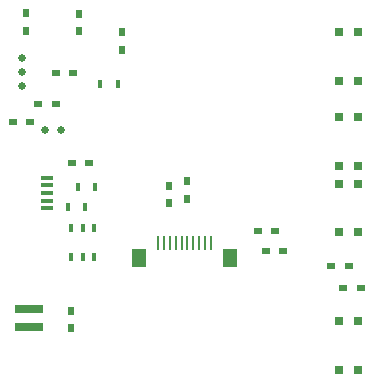
<source format=gbr>
G04 #@! TF.FileFunction,Paste,Bot*
%FSLAX46Y46*%
G04 Gerber Fmt 4.6, Leading zero omitted, Abs format (unit mm)*
G04 Created by KiCad (PCBNEW 0.201509141501+6196~30~ubuntu14.04.1-product) date to 17. syyskuuta 2015 00.36.38*
%MOMM*%
G01*
G04 APERTURE LIST*
%ADD10C,0.100000*%
%ADD11R,1.080000X0.320000*%
%ADD12R,0.600000X0.640000*%
%ADD13R,0.640000X0.600000*%
%ADD14R,0.200000X1.280000*%
%ADD15R,1.200000X1.600000*%
%ADD16R,0.400000X0.720000*%
%ADD17R,0.440000X0.640000*%
%ADD18C,0.640000*%
%ADD19R,2.400000X0.800000*%
%ADD20R,0.800000X0.720000*%
G04 APERTURE END LIST*
D10*
D11*
X74200000Y-37800000D03*
X74200000Y-37150000D03*
X74200000Y-36500000D03*
X74200000Y-35850000D03*
X74200000Y-35200000D03*
D12*
X76200000Y-47950000D03*
X76200000Y-46450000D03*
X86075000Y-37000000D03*
X86075000Y-35500000D03*
X84575000Y-37375000D03*
X84575000Y-35875000D03*
D13*
X77800000Y-33950000D03*
X76300000Y-33950000D03*
X74950000Y-26350000D03*
X76450000Y-26350000D03*
D12*
X80550000Y-24350000D03*
X80550000Y-22850000D03*
D13*
X71300000Y-30450000D03*
X72800000Y-30450000D03*
X73450000Y-28950000D03*
X74950000Y-28950000D03*
D12*
X72400000Y-21250000D03*
X72400000Y-22750000D03*
X76950000Y-21300000D03*
X76950000Y-22800000D03*
D13*
X94225000Y-41375000D03*
X92725000Y-41375000D03*
X92050000Y-39750000D03*
X93550000Y-39750000D03*
X100750000Y-44550000D03*
X99250000Y-44550000D03*
X98250000Y-42650000D03*
X99750000Y-42650000D03*
D14*
X88100000Y-40700000D03*
X87600000Y-40700000D03*
X87100000Y-40700000D03*
X86600000Y-40700000D03*
X86100000Y-40700000D03*
X85600000Y-40700000D03*
X85100000Y-40700000D03*
X84600000Y-40700000D03*
X84100000Y-40700000D03*
X83600000Y-40700000D03*
D15*
X89700000Y-42000000D03*
X82000000Y-42000000D03*
D16*
X78300000Y-36025000D03*
X76800000Y-36025000D03*
X77450000Y-37675000D03*
X75950000Y-37675000D03*
X78700000Y-27300000D03*
X80200000Y-27300000D03*
D17*
X78175000Y-41875000D03*
X77225000Y-41875000D03*
X76275000Y-41875000D03*
X78175000Y-39475000D03*
X77225000Y-39475000D03*
X76275000Y-39475000D03*
D18*
X72100000Y-27450000D03*
X72050000Y-25100000D03*
X72100000Y-26250000D03*
X74050000Y-31150000D03*
X75350000Y-31150000D03*
D19*
X72700000Y-47825000D03*
X72700000Y-46325000D03*
D20*
X100500000Y-51450000D03*
X100500000Y-47350000D03*
X98900000Y-51450000D03*
X98900000Y-47350000D03*
X100500000Y-39800000D03*
X100500000Y-35700000D03*
X98900000Y-39800000D03*
X98900000Y-35700000D03*
X98900000Y-30100000D03*
X98900000Y-34200000D03*
X100500000Y-30100000D03*
X100500000Y-34200000D03*
X98950000Y-22900000D03*
X98950000Y-27000000D03*
X100550000Y-22900000D03*
X100550000Y-27000000D03*
M02*

</source>
